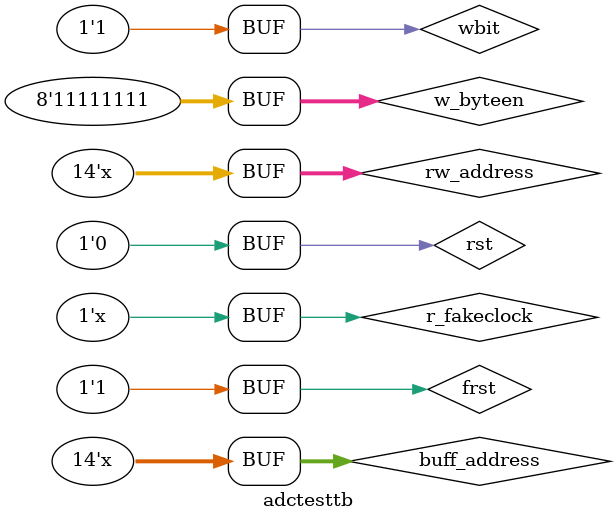
<source format=sv>
`timescale 1ns / 1ns

module adctesttb();

reg r_fakeclock;
//reg r_fake31clock;
reg rst;
reg frst;
reg wbit = 0;
wire[63:0] adcdata;
wire    CLK_250, CLK_1;
		  wire CLK_62;

wire[63:0] q_sig;
wire[63:0] q_sig_wr;

reg[13:0] rw_address = 0;
wire[13:0] buff_address;

wire[7:0] w_byteen;

assign q_sig_wr = frst ? q_sig : 0;
assign buff_address = wbit ? rw_address : 0;
assign w_byteen = wbit ? 8'hFF : 8'h00;

always @(q_sig)
begin
  if(frst)
  begin
    wbit <= 1;
	rw_address <= rw_address + 1;
  end
  else
  begin
    wbit <= 0;
	rw_address <= 0;
  end
end

always @(posedge r_fakeclock)
begin
  if(wbit)
    wbit <= 0;
end

bram1	bram1_inst (
	.data ( adcdata ),
	.rdaddress ( 0 ),
	.rdclock ( r_fakeclock ),
	.wraddress ( 0 ),
	.wrclock ( CLK_62 ),
	.wren ( 1 ),
	.q ( q_sig )
	);

pll  pll_100   (
				 .inclk0(r_fakeclock),
                 .locked(locked),
                 .areset(rst),
                 .c0    (CLK_1),
                 .c1	(CLK_250),
                 .c2	(CLK_62)
			   );
			   
initial
begin
  frst <= 1;
  r_fakeclock <= 0;
  rst <= 1;
end

always #20 r_fakeclock <= ~r_fakeclock;

adctest UUT
  (
  .i_62clk(CLK_62),
  .i_nreset(frst),
  .o_data(adcdata)
  );

initial
begin
  #10
  rst <= 0;
  #1000
  frst <= 0;
  #300
  frst <= 1;
end

endmodule

</source>
